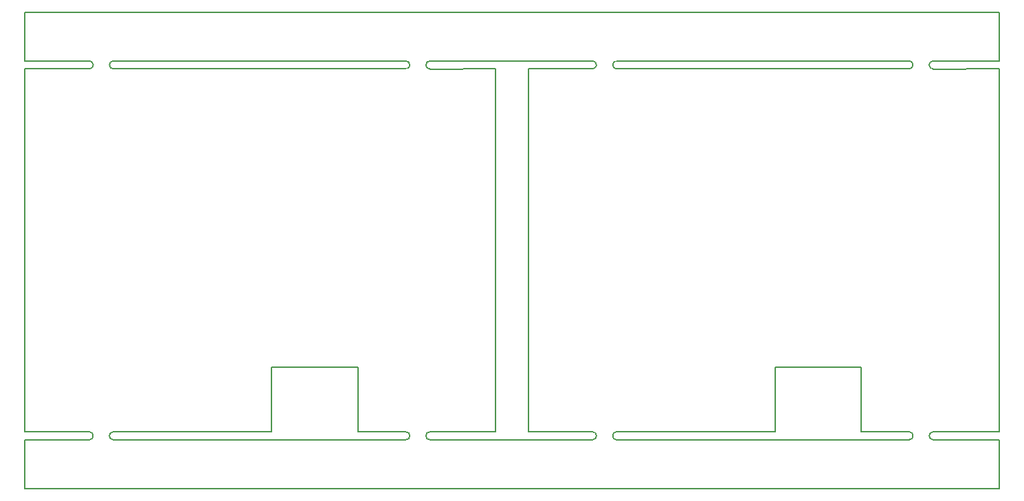
<source format=gm1>
G04 #@! TF.GenerationSoftware,KiCad,Pcbnew,7.0.10*
G04 #@! TF.CreationDate,2024-03-22T18:32:09+01:00*
G04 #@! TF.ProjectId,dogs102,646f6773-3130-4322-9e6b-696361645f70,rev?*
G04 #@! TF.SameCoordinates,Original*
G04 #@! TF.FileFunction,Profile,NP*
%FSLAX46Y46*%
G04 Gerber Fmt 4.6, Leading zero omitted, Abs format (unit mm)*
G04 Created by KiCad (PCBNEW 7.0.10) date 2024-03-22 18:32:09*
%MOMM*%
%LPD*%
G01*
G04 APERTURE LIST*
G04 #@! TA.AperFunction,Profile*
%ADD10C,0.150000*%
G04 #@! TD*
G04 APERTURE END LIST*
D10*
X176110000Y-134000000D02*
X180110000Y-134000000D01*
X176110000Y-128000000D02*
X180110000Y-128000000D01*
X176110000Y-75250000D02*
X180110000Y-75250000D01*
X176110000Y-81250000D02*
X180110000Y-81250000D01*
X230010000Y-81247507D02*
X238110000Y-81250000D01*
X230010000Y-127000000D02*
X238110000Y-127000000D01*
X238110000Y-127000000D02*
X238110000Y-82250000D01*
X191010000Y-127000000D02*
X210510000Y-127000000D01*
X188010000Y-128000000D02*
G75*
G03*
X188010000Y-127000000I0J500000D01*
G01*
X230010000Y-127000000D02*
G75*
G03*
X230010000Y-128000000I0J-500000D01*
G01*
X238110000Y-128000000D02*
X238110000Y-134000000D01*
X191010000Y-81250000D02*
X227010000Y-81250000D01*
X238110000Y-134000000D02*
X180110000Y-134000000D01*
X188010000Y-82250000D02*
G75*
G03*
X188010000Y-81250000I0J500000D01*
G01*
X180110000Y-81250000D02*
X188010000Y-81250000D01*
X221110000Y-119000000D02*
X210510000Y-119000000D01*
X188010000Y-82250000D02*
X180110000Y-82250000D01*
X191010000Y-82250000D02*
X227010000Y-82250000D01*
X227010000Y-128000000D02*
G75*
G03*
X227010000Y-127000000I0J500000D01*
G01*
X230010000Y-128000000D02*
X238110000Y-128000000D01*
X180110000Y-127000000D02*
X188010000Y-127000000D01*
X238110000Y-75250000D02*
X180110000Y-75250000D01*
X180110000Y-128000000D02*
X188010000Y-128000000D01*
X210510000Y-119000000D02*
X210510000Y-127000000D01*
X180110000Y-127000000D02*
X180110000Y-82250000D01*
X238110000Y-81250000D02*
X238110000Y-75250000D01*
X191010000Y-128000000D02*
X227010000Y-128000000D01*
X238110000Y-82250000D02*
X230010000Y-82252493D01*
X191010000Y-81250000D02*
G75*
G03*
X191010000Y-82250000I0J-500000D01*
G01*
X221110000Y-127000000D02*
X227010000Y-127000000D01*
X191010000Y-127000000D02*
G75*
G03*
X191010000Y-128000000I0J-500000D01*
G01*
X227010000Y-82250000D02*
G75*
G03*
X227010000Y-81250000I0J500000D01*
G01*
X221110000Y-127000000D02*
X221110000Y-119000000D01*
X230010000Y-81247507D02*
G75*
G03*
X230010000Y-82252493I0J-502493D01*
G01*
X168010000Y-81247507D02*
G75*
G03*
X168010000Y-82252493I0J-502493D01*
G01*
X159110000Y-127000000D02*
X159110000Y-119000000D01*
X165010000Y-82250000D02*
G75*
G03*
X165010000Y-81250000I0J500000D01*
G01*
X129010000Y-127000000D02*
G75*
G03*
X129010000Y-128000000I0J-500000D01*
G01*
X159110000Y-127000000D02*
X165010000Y-127000000D01*
X129010000Y-81250000D02*
G75*
G03*
X129010000Y-82250000I0J-500000D01*
G01*
X176110000Y-82250000D02*
X168010000Y-82252493D01*
X129010000Y-128000000D02*
X165010000Y-128000000D01*
X118110000Y-127000000D02*
X118110000Y-82250000D01*
X148510000Y-119000000D02*
X148510000Y-127000000D01*
X118110000Y-128000000D02*
X126010000Y-128000000D01*
X176110000Y-75250000D02*
X118110000Y-75250000D01*
X118110000Y-127000000D02*
X126010000Y-127000000D01*
X168010000Y-128000000D02*
X176110000Y-128000000D01*
X165010000Y-128000000D02*
G75*
G03*
X165010000Y-127000000I0J500000D01*
G01*
X129010000Y-82250000D02*
X165010000Y-82250000D01*
X126010000Y-82250000D02*
X118110000Y-82250000D01*
X159110000Y-119000000D02*
X148510000Y-119000000D01*
X118110000Y-81250000D02*
X126010000Y-81250000D01*
X126010000Y-82250000D02*
G75*
G03*
X126010000Y-81250000I0J500000D01*
G01*
X176110000Y-134000000D02*
X118110000Y-134000000D01*
X129010000Y-81250000D02*
X165010000Y-81250000D01*
X168010000Y-127000000D02*
G75*
G03*
X168010000Y-128000000I0J-500000D01*
G01*
X126010000Y-128000000D02*
G75*
G03*
X126010000Y-127000000I0J500000D01*
G01*
X129010000Y-127000000D02*
X148510000Y-127000000D01*
X118110000Y-75250000D02*
X118110000Y-81250000D01*
X176110000Y-127000000D02*
X176110000Y-82250000D01*
X168010000Y-127000000D02*
X176110000Y-127000000D01*
X168010000Y-81247507D02*
X176110000Y-81250000D01*
X118110000Y-134000000D02*
X118110000Y-128000000D01*
M02*

</source>
